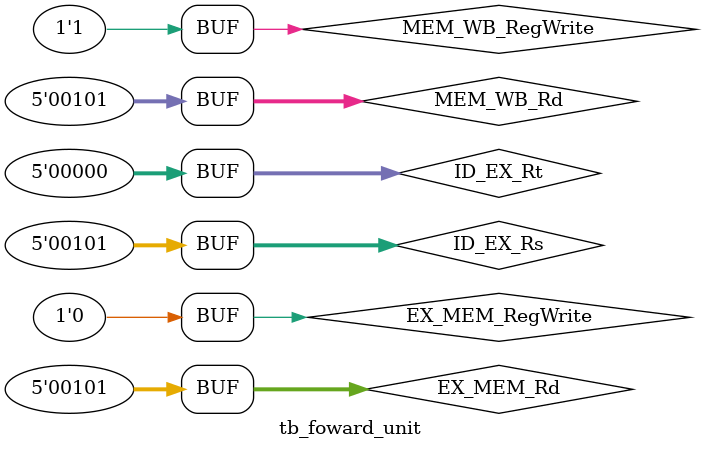
<source format=v>
`timescale 1ns / 1ps
module tb_foward_unit();
    reg          EX_MEM_RegWrite; 
    reg  [4 : 0] EX_MEM_Rd;
    reg  [4 : 0] ID_EX_Rs;
    reg  [4 : 0] ID_EX_Rt;
    reg          MEM_WB_RegWrite;
    reg  [4 : 0] MEM_WB_Rd;
    wire [1 : 0] o_MUX_A_signal;
    wire [1 : 0] o_MUX_B_signal;

    initial begin
        #100
        EX_MEM_RegWrite = 0;
        EX_MEM_Rd = 0;
        ID_EX_Rs = 0;
        ID_EX_Rt = 0;
        MEM_WB_RegWrite = 0;
        MEM_WB_Rd = 0;
        #10
        EX_MEM_RegWrite = 1;
        EX_MEM_Rd = 5;
        ID_EX_Rs = 5;
        ID_EX_Rt = 0;
        MEM_WB_RegWrite = 0;
        MEM_WB_Rd = 0;
        #10
        EX_MEM_RegWrite = 0;
        EX_MEM_Rd = 5;
        ID_EX_Rs = 0;
        ID_EX_Rt = 5;
        MEM_WB_RegWrite = 0;
        MEM_WB_Rd = 0;
        #10
        EX_MEM_RegWrite = 0;
        EX_MEM_Rd = 0;
        ID_EX_Rs = 0;
        ID_EX_Rt = 4;
        MEM_WB_RegWrite = 1;
        MEM_WB_Rd = 4;
        #10
        EX_MEM_RegWrite = 0;
        EX_MEM_Rd = 0;
        ID_EX_Rs = 0;
        ID_EX_Rt = 4;
        MEM_WB_RegWrite = 0;
        MEM_WB_Rd = 4;
        #10
        EX_MEM_RegWrite = 0;
        EX_MEM_Rd = 5;
        ID_EX_Rs = 5;
        ID_EX_Rt = 0;
        MEM_WB_RegWrite = 1;
        MEM_WB_Rd = 5;



    end
    foward_unit u_foward_unit(
                            .EX_MEM_RegWrite(EX_MEM_RegWrite),
                            .EX_MEM_Rd(EX_MEM_Rd),
                            .ID_EX_Rs(ID_EX_Rs),
                            .ID_EX_Rt(ID_EX_Rt),
                            .MEM_WB_RegWrite(MEM_WB_RegWrite),
                            .MEM_WB_Rd(MEM_WB_Rd),
                            .o_MUX_A_signal(o_MUX_A_signal),
                            .o_MUX_B_signal(o_MUX_B_signal)
                             );
endmodule

</source>
